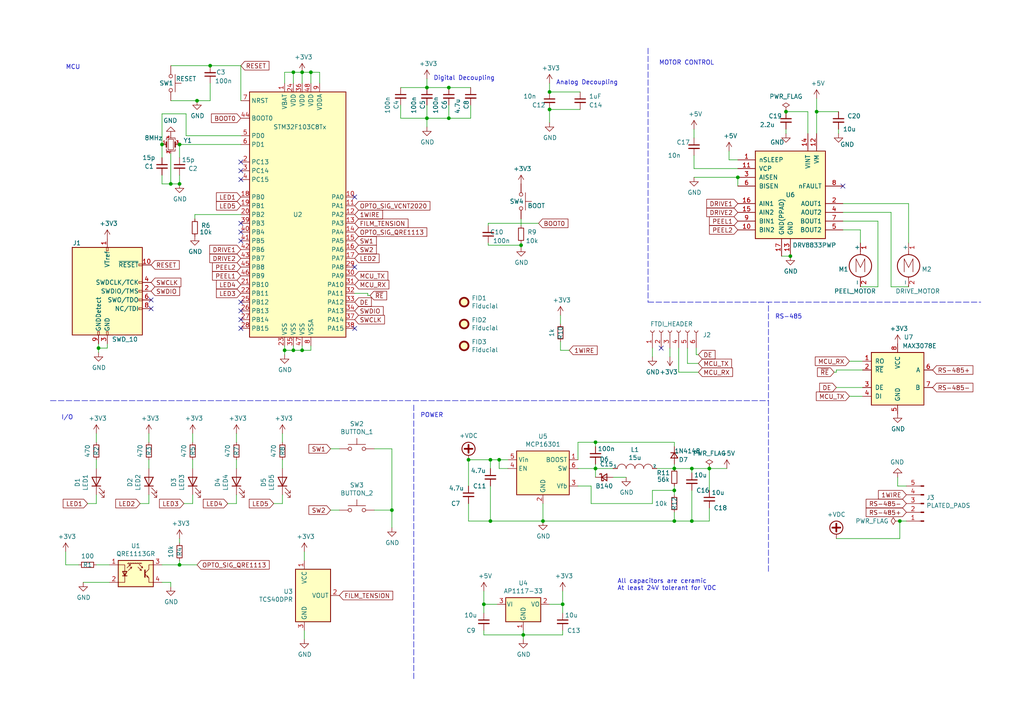
<source format=kicad_sch>
(kicad_sch (version 20211123) (generator eeschema)
  (paper "A4")
  (junction (at 144.78 133.35))
  (junction (at 113.665 147.955))
  (junction (at 260.985 151.13))
  (junction (at 60.96 19.05))
  (junction (at 130.175 25.4))
  (junction (at 123.825 34.29))
  (junction (at 85.09 20.955))
  (junction (at 52.07 163.83))
  (junction (at 172.72 135.89))
  (junction (at 123.825 25.4))
  (junction (at 52.07 53.34))
  (junction (at 46.99 41.91))
  (junction (at 85.09 101.6))
  (junction (at 52.07 41.91))
  (junction (at 151.13 71.12))
  (junction (at 195.58 142.24))
  (junction (at 163.195 175.26))
  (junction (at 205.74 135.89))
  (junction (at 157.48 151.13))
  (junction (at 82.55 101.6))
  (junction (at 151.765 184.15))
  (junction (at 159.385 31.75))
  (junction (at 28.575 100.965))
  (junction (at 200.66 151.13))
  (junction (at 172.72 128.27))
  (junction (at 49.53 53.34))
  (junction (at 159.385 26.67))
  (junction (at 135.89 133.35))
  (junction (at 229.235 74.295))
  (junction (at 142.24 151.13))
  (junction (at 87.63 101.6))
  (junction (at 200.66 135.89))
  (junction (at 57.15 29.21))
  (junction (at 90.17 20.955))
  (junction (at 213.995 51.435))
  (junction (at 236.855 32.385))
  (junction (at 142.24 133.35))
  (junction (at 140.335 175.26))
  (junction (at 195.58 151.13))
  (junction (at 87.63 20.955))
  (junction (at 227.965 32.385))
  (junction (at 130.175 34.29))
  (junction (at 195.58 135.89))
  (no_connect (at 191.77 100.965))
  (no_connect (at 69.85 46.99))
  (no_connect (at 69.85 69.85))
  (no_connect (at 102.87 57.15))
  (no_connect (at 69.85 95.25))
  (no_connect (at 69.85 87.63))
  (no_connect (at 69.85 64.77))
  (no_connect (at 69.85 90.17))
  (no_connect (at 69.85 67.31))
  (no_connect (at 69.85 52.07))
  (no_connect (at 69.85 92.71))
  (no_connect (at 102.87 95.25))
  (no_connect (at 69.85 49.53))
  (no_connect (at 43.815 86.995))
  (no_connect (at 43.815 89.535))
  (no_connect (at 244.475 53.975))
  (no_connect (at 102.87 77.47))
  (wire (pts (xy 254.635 83.185) (xy 254.635 64.135)))
  (wire (pts (xy 234.315 38.735) (xy 234.315 32.385)))
  (wire (pts (xy 82.55 20.955) (xy 85.09 20.955)))
  (wire (pts (xy 40.64 146.05) (xy 43.18 146.05)))
  (wire (pts (xy 55.88 128.27) (xy 55.88 125.73)))
  (wire (pts (xy 90.17 101.6) (xy 87.63 101.6)))
  (wire (pts (xy 246.38 114.935) (xy 250.19 114.935)))
  (wire (pts (xy 242.57 156.21) (xy 260.985 156.21)))
  (wire (pts (xy 113.665 130.175) (xy 113.665 147.955)))
  (wire (pts (xy 260.35 140.97) (xy 262.89 140.97)))
  (wire (pts (xy 260.35 138.43) (xy 260.35 140.97)))
  (wire (pts (xy 90.17 24.13) (xy 90.17 20.955)))
  (wire (pts (xy 163.195 175.26) (xy 163.195 177.8)))
  (wire (pts (xy 189.23 100.965) (xy 189.23 103.505)))
  (wire (pts (xy 46.99 168.91) (xy 49.53 168.91)))
  (wire (pts (xy 167.64 128.27) (xy 167.64 133.35)))
  (wire (pts (xy 66.04 146.05) (xy 68.58 146.05)))
  (wire (pts (xy 135.89 151.13) (xy 142.24 151.13)))
  (wire (pts (xy 200.66 151.13) (xy 205.74 151.13)))
  (wire (pts (xy 60.96 29.21) (xy 60.96 24.13)))
  (wire (pts (xy 144.78 133.35) (xy 144.78 135.89)))
  (wire (pts (xy 226.695 74.295) (xy 229.235 74.295)))
  (wire (pts (xy 234.315 32.385) (xy 227.965 32.385)))
  (wire (pts (xy 260.985 151.13) (xy 262.89 151.13)))
  (wire (pts (xy 242.57 112.395) (xy 250.19 112.395)))
  (wire (pts (xy 140.335 175.26) (xy 144.145 175.26)))
  (wire (pts (xy 46.99 163.83) (xy 52.07 163.83)))
  (wire (pts (xy 159.385 31.75) (xy 168.275 31.75)))
  (wire (pts (xy 167.64 128.27) (xy 172.72 128.27)))
  (wire (pts (xy 151.13 63.5) (xy 151.13 65.405)))
  (wire (pts (xy 52.07 53.34) (xy 49.53 53.34)))
  (wire (pts (xy 25.4 146.05) (xy 27.94 146.05)))
  (wire (pts (xy 211.455 43.815) (xy 211.455 46.355)))
  (wire (pts (xy 159.385 175.26) (xy 163.195 175.26)))
  (wire (pts (xy 142.24 133.35) (xy 144.78 133.35)))
  (wire (pts (xy 242.57 107.95) (xy 242.57 107.315)))
  (wire (pts (xy 241.935 107.95) (xy 242.57 107.95)))
  (wire (pts (xy 159.385 24.13) (xy 159.385 26.67)))
  (wire (pts (xy 95.885 147.955) (xy 98.425 147.955)))
  (wire (pts (xy 92.71 24.13) (xy 92.71 20.955)))
  (wire (pts (xy 49.53 53.34) (xy 46.99 53.34)))
  (wire (pts (xy 108.585 147.955) (xy 113.665 147.955)))
  (wire (pts (xy 135.89 146.05) (xy 135.89 151.13)))
  (wire (pts (xy 167.64 140.97) (xy 171.45 140.97)))
  (wire (pts (xy 56.515 62.23) (xy 69.85 62.23)))
  (wire (pts (xy 195.58 128.27) (xy 195.58 129.54)))
  (wire (pts (xy 107.315 85.725) (xy 106.68 85.725)))
  (wire (pts (xy 236.855 32.385) (xy 236.855 38.735)))
  (wire (pts (xy 82.55 102.87) (xy 82.55 101.6)))
  (wire (pts (xy 81.915 146.05) (xy 81.915 143.51)))
  (wire (pts (xy 201.295 51.435) (xy 213.995 51.435)))
  (wire (pts (xy 46.99 33.02) (xy 53.975 33.02)))
  (wire (pts (xy 52.07 162.56) (xy 52.07 163.83)))
  (wire (pts (xy 60.96 19.05) (xy 49.53 19.05)))
  (wire (pts (xy 123.825 22.86) (xy 123.825 25.4)))
  (wire (pts (xy 85.09 24.13) (xy 85.09 20.955)))
  (wire (pts (xy 135.89 133.35) (xy 142.24 133.35)))
  (wire (pts (xy 199.39 100.965) (xy 199.39 105.41)))
  (wire (pts (xy 195.58 135.89) (xy 195.58 134.62)))
  (wire (pts (xy 205.74 151.13) (xy 205.74 147.32)))
  (wire (pts (xy 195.58 151.13) (xy 195.58 148.59)))
  (wire (pts (xy 116.205 34.29) (xy 123.825 34.29)))
  (wire (pts (xy 88.265 162.56) (xy 88.265 160.02)))
  (wire (pts (xy 140.335 184.15) (xy 140.335 182.88)))
  (wire (pts (xy 142.24 135.89) (xy 142.24 133.35)))
  (wire (pts (xy 205.74 135.89) (xy 210.82 135.89)))
  (wire (pts (xy 88.265 182.88) (xy 88.265 185.42)))
  (wire (pts (xy 263.525 70.485) (xy 263.525 59.055)))
  (wire (pts (xy 31.115 100.965) (xy 31.115 99.695)))
  (wire (pts (xy 52.07 45.72) (xy 52.07 41.91)))
  (wire (pts (xy 242.57 107.315) (xy 250.19 107.315)))
  (wire (pts (xy 106.68 85.725) (xy 106.68 85.09)))
  (wire (pts (xy 202.565 102.87) (xy 201.93 102.87)))
  (wire (pts (xy 263.525 59.055) (xy 244.475 59.055)))
  (wire (pts (xy 43.18 135.89) (xy 43.18 133.35)))
  (wire (pts (xy 172.72 129.54) (xy 172.72 128.27)))
  (wire (pts (xy 49.53 29.21) (xy 57.15 29.21)))
  (wire (pts (xy 53.975 39.37) (xy 69.85 39.37)))
  (wire (pts (xy 27.94 135.89) (xy 27.94 133.35)))
  (wire (pts (xy 123.825 30.48) (xy 123.825 34.29)))
  (wire (pts (xy 116.205 25.4) (xy 123.825 25.4)))
  (wire (pts (xy 172.72 134.62) (xy 172.72 135.89)))
  (wire (pts (xy 195.58 142.24) (xy 195.58 143.51)))
  (wire (pts (xy 213.995 53.975) (xy 213.995 51.435)))
  (wire (pts (xy 249.555 83.185) (xy 254.635 83.185)))
  (wire (pts (xy 90.17 100.33) (xy 90.17 101.6)))
  (wire (pts (xy 52.07 157.48) (xy 52.07 156.21)))
  (wire (pts (xy 157.48 151.13) (xy 195.58 151.13)))
  (wire (pts (xy 140.335 171.45) (xy 140.335 175.26)))
  (wire (pts (xy 159.385 31.75) (xy 159.385 35.56)))
  (wire (pts (xy 69.85 19.05) (xy 60.96 19.05)))
  (wire (pts (xy 141.605 71.12) (xy 151.13 71.12)))
  (wire (pts (xy 85.09 100.33) (xy 85.09 101.6)))
  (wire (pts (xy 258.445 83.185) (xy 258.445 61.595)))
  (wire (pts (xy 196.85 100.965) (xy 196.85 107.95)))
  (wire (pts (xy 254.635 64.135) (xy 244.475 64.135)))
  (wire (pts (xy 46.99 41.91) (xy 46.99 45.72)))
  (wire (pts (xy 79.375 146.05) (xy 81.915 146.05)))
  (polyline (pts (xy 14.605 116.205) (xy 222.885 116.205)))
  (wire (pts (xy 249.555 70.485) (xy 249.555 66.675)))
  (wire (pts (xy 113.665 147.955) (xy 113.665 153.035)))
  (wire (pts (xy 85.09 101.6) (xy 82.55 101.6)))
  (wire (pts (xy 130.175 34.29) (xy 136.525 34.29)))
  (wire (pts (xy 171.45 146.05) (xy 189.23 146.05)))
  (wire (pts (xy 142.24 151.13) (xy 157.48 151.13)))
  (wire (pts (xy 205.74 142.24) (xy 205.74 135.89)))
  (wire (pts (xy 141.605 64.77) (xy 156.21 64.77)))
  (wire (pts (xy 82.55 101.6) (xy 82.55 100.33)))
  (wire (pts (xy 68.58 146.05) (xy 68.58 143.51)))
  (wire (pts (xy 151.765 184.15) (xy 151.765 182.88)))
  (wire (pts (xy 49.53 44.45) (xy 49.53 53.34)))
  (wire (pts (xy 195.58 135.89) (xy 200.66 135.89)))
  (wire (pts (xy 68.58 128.27) (xy 68.58 125.73)))
  (wire (pts (xy 189.23 142.24) (xy 195.58 142.24)))
  (wire (pts (xy 28.575 100.965) (xy 28.575 99.695)))
  (wire (pts (xy 201.295 48.895) (xy 201.295 45.085)))
  (wire (pts (xy 28.575 100.965) (xy 31.115 100.965)))
  (wire (pts (xy 82.55 24.13) (xy 82.55 20.955)))
  (wire (pts (xy 141.605 65.405) (xy 141.605 64.77)))
  (wire (pts (xy 147.32 133.35) (xy 144.78 133.35)))
  (wire (pts (xy 172.72 135.89) (xy 177.8 135.89)))
  (wire (pts (xy 68.58 135.89) (xy 68.58 133.35)))
  (wire (pts (xy 177.8 138.43) (xy 181.61 138.43)))
  (wire (pts (xy 53.34 146.05) (xy 55.88 146.05)))
  (wire (pts (xy 55.88 146.05) (xy 55.88 143.51)))
  (wire (pts (xy 171.45 140.97) (xy 171.45 146.05)))
  (polyline (pts (xy 187.96 87.63) (xy 284.48 87.63)))
  (wire (pts (xy 81.915 128.27) (xy 81.915 125.73)))
  (wire (pts (xy 52.07 163.83) (xy 57.15 163.83)))
  (wire (pts (xy 46.99 33.02) (xy 46.99 41.91)))
  (wire (pts (xy 243.205 38.735) (xy 243.205 37.465)))
  (polyline (pts (xy 120.015 117.475) (xy 120.015 196.85)))
  (wire (pts (xy 27.94 128.27) (xy 27.94 125.73)))
  (wire (pts (xy 123.825 25.4) (xy 130.175 25.4)))
  (wire (pts (xy 43.18 146.05) (xy 43.18 143.51)))
  (wire (pts (xy 87.63 100.33) (xy 87.63 101.6)))
  (wire (pts (xy 53.975 33.02) (xy 53.975 39.37)))
  (wire (pts (xy 195.58 140.97) (xy 195.58 142.24)))
  (wire (pts (xy 162.56 101.6) (xy 162.56 99.06)))
  (wire (pts (xy 189.23 146.05) (xy 189.23 142.24)))
  (wire (pts (xy 213.995 48.895) (xy 201.295 48.895)))
  (wire (pts (xy 227.965 37.465) (xy 227.965 38.735)))
  (wire (pts (xy 27.94 163.83) (xy 31.75 163.83)))
  (wire (pts (xy 87.63 20.955) (xy 90.17 20.955)))
  (wire (pts (xy 190.5 135.89) (xy 195.58 135.89)))
  (wire (pts (xy 201.295 40.005) (xy 201.295 37.465)))
  (wire (pts (xy 19.05 163.83) (xy 22.86 163.83)))
  (wire (pts (xy 162.56 91.44) (xy 162.56 93.98)))
  (wire (pts (xy 81.915 135.89) (xy 81.915 133.35)))
  (wire (pts (xy 165.1 101.6) (xy 162.56 101.6)))
  (wire (pts (xy 246.38 104.775) (xy 250.19 104.775)))
  (wire (pts (xy 159.385 26.67) (xy 168.275 26.67)))
  (wire (pts (xy 130.175 25.4) (xy 136.525 25.4)))
  (wire (pts (xy 172.72 128.27) (xy 195.58 128.27)))
  (wire (pts (xy 200.66 142.24) (xy 200.66 151.13)))
  (wire (pts (xy 194.31 100.965) (xy 194.31 103.505)))
  (wire (pts (xy 167.64 135.89) (xy 172.72 135.89)))
  (wire (pts (xy 151.765 185.42) (xy 151.765 184.15)))
  (wire (pts (xy 49.53 170.18) (xy 49.53 168.91)))
  (wire (pts (xy 46.99 53.34) (xy 46.99 50.8)))
  (wire (pts (xy 136.525 34.29) (xy 136.525 30.48)))
  (wire (pts (xy 163.195 184.15) (xy 151.765 184.15)))
  (wire (pts (xy 24.13 168.91) (xy 31.75 168.91)))
  (wire (pts (xy 85.09 20.955) (xy 87.63 20.955)))
  (wire (pts (xy 116.205 30.48) (xy 116.205 34.29)))
  (wire (pts (xy 142.24 140.97) (xy 142.24 151.13)))
  (wire (pts (xy 236.855 28.575) (xy 236.855 32.385)))
  (wire (pts (xy 57.15 29.21) (xy 60.96 29.21)))
  (wire (pts (xy 55.88 135.89) (xy 55.88 133.35)))
  (wire (pts (xy 130.175 30.48) (xy 130.175 34.29)))
  (wire (pts (xy 19.05 160.02) (xy 19.05 163.83)))
  (wire (pts (xy 95.885 130.175) (xy 98.425 130.175)))
  (wire (pts (xy 144.78 135.89) (xy 147.32 135.89)))
  (wire (pts (xy 243.205 32.385) (xy 236.855 32.385)))
  (wire (pts (xy 196.85 107.95) (xy 202.565 107.95)))
  (wire (pts (xy 151.13 70.485) (xy 151.13 71.12)))
  (wire (pts (xy 200.66 135.89) (xy 205.74 135.89)))
  (wire (pts (xy 151.765 184.15) (xy 140.335 184.15)))
  (wire (pts (xy 108.585 130.175) (xy 113.665 130.175)))
  (wire (pts (xy 140.335 175.26) (xy 140.335 177.8)))
  (wire (pts (xy 260.985 151.13) (xy 260.985 156.21)))
  (wire (pts (xy 69.85 29.21) (xy 69.85 19.05)))
  (wire (pts (xy 123.825 34.29) (xy 123.825 36.83)))
  (wire (pts (xy 163.195 182.88) (xy 163.195 184.15)))
  (wire (pts (xy 43.18 128.27) (xy 43.18 125.73)))
  (wire (pts (xy 157.48 146.05) (xy 157.48 151.13)))
  (polyline (pts (xy 222.885 165.735) (xy 222.885 87.63)))
  (wire (pts (xy 151.13 71.12) (xy 151.13 71.755)))
  (wire (pts (xy 172.72 135.89) (xy 172.72 138.43)))
  (wire (pts (xy 52.07 53.34) (xy 52.07 50.8)))
  (wire (pts (xy 258.445 61.595) (xy 244.475 61.595)))
  (wire (pts (xy 201.93 102.87) (xy 201.93 100.965)))
  (wire (pts (xy 249.555 66.675) (xy 244.475 66.675)))
  (wire (pts (xy 56.515 62.23) (xy 56.515 63.5)))
  (wire (pts (xy 28.575 102.235) (xy 28.575 100.965)))
  (wire (pts (xy 211.455 46.355) (xy 213.995 46.355)))
  (wire (pts (xy 263.525 83.185) (xy 258.445 83.185)))
  (wire (pts (xy 195.58 151.13) (xy 200.66 151.13)))
  (wire (pts (xy 87.63 101.6) (xy 85.09 101.6)))
  (wire (pts (xy 27.94 146.05) (xy 27.94 143.51)))
  (wire (pts (xy 163.195 175.26) (xy 163.195 171.45)))
  (wire (pts (xy 135.89 133.35) (xy 135.89 140.97)))
  (wire (pts (xy 90.17 20.955) (xy 92.71 20.955)))
  (wire (pts (xy 52.07 41.91) (xy 69.85 41.91)))
  (polyline (pts (xy 187.96 13.97) (xy 187.96 87.63)))
  (wire (pts (xy 123.825 34.29) (xy 130.175 34.29)))
  (wire (pts (xy 87.63 24.13) (xy 87.63 20.955)))
  (wire (pts (xy 106.68 85.09) (xy 102.87 85.09)))
  (wire (pts (xy 199.39 105.41) (xy 202.565 105.41)))
  (wire (pts (xy 200.66 137.16) (xy 200.66 135.89)))
  (wire (pts (xy 141.605 70.485) (xy 141.605 71.12)))
  (text "I/O" (at 17.78 121.92 0) (effects (font (size 1.27 1.27)) (justify left bottom)))
  (text "RS-485" (at 224.79 92.71 0) (effects (font (size 1.27 1.27)) (justify left bottom)))
  (text "MOTOR CONTROL" (at 191.135 19.05 0) (effects (font (size 1.27 1.27)) (justify left bottom)))
  (text "Analog Decoupling" (at 161.29 24.765 0) (effects (font (size 1.27 1.27)) (justify left bottom)))
  (text "POWER" (at 121.92 121.285 0) (effects (font (size 1.27 1.27)) (justify left bottom)))
  (text "All capacitors are ceramic\nAt least 24V tolerant for VDC\n" (at 179.07 171.45 0) (effects (font (size 1.27 1.27)) (justify left bottom)))
  (text "Digital Decoupling" (at 125.73 23.495 0) (effects (font (size 1.27 1.27)) (justify left bottom)))
  (text "MCU" (at 19.05 20.32 0) (effects (font (size 1.27 1.27)) (justify left bottom)))
  (global_label "OPTO_SIG_QRE1113" (shape input) (at 57.15 163.83 0) (property "Intersheet References" "${INTERSHEET_REFS}" (effects hide)))
  (global_label "RS-485+" (shape input) (at 262.89 148.59 180) (property "Intersheet References" "${INTERSHEET_REFS}" (effects hide)))
  (global_label "SWDIO" (shape input) (at 102.87 90.17 0) (property "Intersheet References" "${INTERSHEET_REFS}" (effects hide)))
  (global_label "1WIRE" (shape input) (at 165.1 101.6 0) (property "Intersheet References" "${INTERSHEET_REFS}" (effects hide)))
  (global_label "LED5" (shape input) (at 79.375 146.05 180) (property "Intersheet References" "${INTERSHEET_REFS}" (effects hide)))
  (global_label "LED1" (shape input) (at 25.4 146.05 180) (property "Intersheet References" "${INTERSHEET_REFS}" (effects hide)))
  (global_label "DRIVE2" (shape input) (at 69.85 74.93 180) (property "Intersheet References" "${INTERSHEET_REFS}" (effects hide)))
  (global_label "BOOT0" (shape input) (at 156.21 64.77 0) (property "Intersheet References" "${INTERSHEET_REFS}" (effects hide)))
  (global_label "SWCLK" (shape input) (at 43.815 81.915 0) (property "Intersheet References" "${INTERSHEET_REFS}" (effects hide)))
  (global_label "DE" (shape input) (at 202.565 102.87 0) (property "Intersheet References" "${INTERSHEET_REFS}" (effects hide)))
  (global_label "RS-485-" (shape input) (at 262.89 146.05 180) (property "Intersheet References" "${INTERSHEET_REFS}" (effects hide)))
  (global_label "LED3" (shape input) (at 53.34 146.05 180) (property "Intersheet References" "${INTERSHEET_REFS}" (effects hide)))
  (global_label "PEEL2" (shape input) (at 69.85 77.47 180) (property "Intersheet References" "${INTERSHEET_REFS}" (effects hide)))
  (global_label "1WIRE" (shape input) (at 262.89 143.51 180) (property "Intersheet References" "${INTERSHEET_REFS}" (effects hide)))
  (global_label "SWDIO" (shape input) (at 43.815 84.455 0) (property "Intersheet References" "${INTERSHEET_REFS}" (effects hide)))
  (global_label "MCU_TX" (shape input) (at 246.38 114.935 180) (property "Intersheet References" "${INTERSHEET_REFS}" (effects hide)))
  (global_label "PEEL2" (shape input) (at 213.995 66.675 180) (property "Intersheet References" "${INTERSHEET_REFS}" (effects hide)))
  (global_label "1WIRE" (shape input) (at 102.87 62.23 0) (property "Intersheet References" "${INTERSHEET_REFS}" (effects hide)))
  (global_label "MCU_RX" (shape input) (at 202.565 107.95 0) (property "Intersheet References" "${INTERSHEET_REFS}" (effects hide)))
  (global_label "MCU_RX" (shape input) (at 102.87 82.55 0) (property "Intersheet References" "${INTERSHEET_REFS}" (effects hide)))
  (global_label "SW2" (shape input) (at 102.87 72.39 0) (property "Intersheet References" "${INTERSHEET_REFS}" (effects hide)))
  (global_label "LED5" (shape input) (at 69.85 59.69 180) (property "Intersheet References" "${INTERSHEET_REFS}" (effects hide)))
  (global_label "~{RE}" (shape input) (at 107.315 85.725 0) (property "Intersheet References" "${INTERSHEET_REFS}" (effects hide)))
  (global_label "DRIVE2" (shape input) (at 213.995 61.595 180) (property "Intersheet References" "${INTERSHEET_REFS}" (effects hide)))
  (global_label "FILM_TENSION" (shape input) (at 102.87 64.77 0) (property "Intersheet References" "${INTERSHEET_REFS}" (effects hide)))
  (global_label "PEEL1" (shape input) (at 69.85 80.01 180) (property "Intersheet References" "${INTERSHEET_REFS}" (effects hide)))
  (global_label "LED2" (shape input) (at 40.64 146.05 180) (property "Intersheet References" "${INTERSHEET_REFS}" (effects hide)))
  (global_label "BOOT0" (shape input) (at 69.85 34.29 180) (property "Intersheet References" "${INTERSHEET_REFS}" (effects hide)))
  (global_label "RESET" (shape input) (at 43.815 76.835 0) (property "Intersheet References" "${INTERSHEET_REFS}" (effects hide)))
  (global_label "DRIVE1" (shape input) (at 69.85 72.39 180) (property "Intersheet References" "${INTERSHEET_REFS}" (effects hide)))
  (global_label "DE" (shape input) (at 242.57 112.395 180) (property "Intersheet References" "${INTERSHEET_REFS}" (effects hide)))
  (global_label "PEEL1" (shape input) (at 213.995 64.135 180) (property "Intersheet References" "${INTERSHEET_REFS}" (effects hide)))
  (global_label "SW2" (shape input) (at 95.885 147.955 180) (property "Intersheet References" "${INTERSHEET_REFS}" (effects hide)))
  (global_label "OPTO_SIG_QRE1113" (shape input) (at 102.87 67.31 0) (property "Intersheet References" "${INTERSHEET_REFS}" (effects hide)))
  (global_label "DRIVE1" (shape input) (at 213.995 59.055 180) (property "Intersheet References" "${INTERSHEET_REFS}" (effects hide)))
  (global_label "RS-485-" (shape input) (at 270.51 112.395 0) (property "Intersheet References" "${INTERSHEET_REFS}" (effects hide)))
  (global_label "SWCLK" (shape input) (at 102.87 92.71 0) (property "Intersheet References" "${INTERSHEET_REFS}" (effects hide)))
  (global_label "RS-485+" (shape input) (at 270.51 107.315 0) (property "Intersheet References" "${INTERSHEET_REFS}" (effects hide)))
  (global_label "SW1" (shape input) (at 95.885 130.175 180) (property "Intersheet References" "${INTERSHEET_REFS}" (effects hide)))
  (global_label "LED1" (shape input) (at 69.85 57.15 180) (property "Intersheet References" "${INTERSHEET_REFS}" (effects hide)))
  (global_label "~{RE}" (shape input) (at 241.935 107.95 180) (property "Intersheet References" "${INTERSHEET_REFS}" (effects hide)))
  (global_label "LED4" (shape input) (at 69.85 82.55 180) (property "Intersheet References" "${INTERSHEET_REFS}" (effects hide)))
  (global_label "FILM_TENSION" (shape input) (at 98.425 172.72 0) (property "Intersheet References" "${INTERSHEET_REFS}" (effects hide)))
  (global_label "OPTO_SIG_VCNT2020" (shape input) (at 102.87 59.69 0) (property "Intersheet References" "${INTERSHEET_REFS}" (effects hide)))
  (global_label "MCU_TX" (shape input) (at 102.87 80.01 0) (property "Intersheet References" "${INTERSHEET_REFS}" (effects hide)))
  (global_label "MCU_RX" (shape input) (at 246.38 104.775 180) (property "Intersheet References" "${INTERSHEET_REFS}" (effects hide)))
  (global_label "MCU_TX" (shape input) (at 202.565 105.41 0) (property "Intersheet References" "${INTERSHEET_REFS}" (effects hide)))
  (global_label "SW1" (shape input) (at 102.87 69.85 0) (property "Intersheet References" "${INTERSHEET_REFS}" (effects hide)))
  (global_label "LED4" (shape input) (at 66.04 146.05 180) (property "Intersheet References" "${INTERSHEET_REFS}" (effects hide)))
  (global_label "LED2" (shape input) (at 102.87 74.93 0) (property "Intersheet References" "${INTERSHEET_REFS}" (effects hide)))
  (global_label "LED3" (shape input) (at 69.85 85.09 180) (property "Intersheet References" "${INTERSHEET_REFS}" (effects hide)))
  (global_label "RESET" (shape input) (at 69.85 19.05 0) (property "Intersheet References" "${INTERSHEET_REFS}" (effects hide)))
  (global_label "DE" (shape input) (at 102.87 87.63 0) (property "Intersheet References" "${INTERSHEET_REFS}" (effects hide)))
  (symbol (lib_id "Device:LED") (at 43.18 139.7 90) (unit 1)
    (property "Reference" "D2" (at 37.6936 139.9286 0))
    (property "Value" "LED2" (at 40.005 139.9286 0))
    (property "Footprint" "LED_SMD:LED_0805_2012Metric" (effects hide))
    (property "JLCPCB" "C2293" (effects hide))
    (property "LCSC" "C965814" (effects hide))
  )
  (symbol (lib_id "power:GND") (at 260.35 138.43 180) (unit 1)
    (property "Reference" "#PWR046" (effects hide))
    (property "Value" "GND" (at 260.223 134.0358 0))
  )
  (symbol (lib_id "Motor:Motor_DC") (at 263.525 75.565 0) (unit 1)
    (property "Reference" "M2" (at 267.335 78.105 0) (effects (justify left)))
    (property "Value" "DRIVE_MOTOR" (at 259.715 84.455 0) (effects (justify left)))
    (property "Footprint" "Connector_PinHeader_2.54mm:PinHeader_1x02_P2.54mm_Vertical" (effects hide))
  )
  (symbol (lib_id "power:GND") (at 82.55 102.87 0) (unit 1)
    (property "Reference" "#PWR015" (effects hide))
    (property "Value" "GND" (at 82.677 107.2642 0))
  )
  (symbol (lib_id "Device:R_Small") (at 43.18 130.81 180) (unit 1)
    (property "Reference" "R3" (at 43.18 130.81 90))
    (property "Value" "470" (at 40.64 130.81 90))
    (property "Footprint" "Resistor_SMD:R_0805_2012Metric" (effects hide))
    (property "JLCPCB" "C17710" (effects hide))
    (property "LCSC" "C119076" (effects hide))
  )
  (symbol (lib_id "power:GND") (at 113.665 153.035 0) (unit 1)
    (property "Reference" "#PWR019" (effects hide))
    (property "Value" "GND" (at 113.792 157.4292 0))
  )
  (symbol (lib_id "Device:R_Small") (at 25.4 163.83 90) (unit 1)
    (property "Reference" "R1" (at 25.4 163.83 90))
    (property "Value" "100" (at 25.4 161.29 90))
    (property "Footprint" "Resistor_SMD:R_0805_2012Metric" (effects hide))
    (property "JLCPCB" "C17408" (effects hide))
    (property "LCSC" "C25277" (effects hide))
  )
  (symbol (lib_id "Device:R_Small") (at 52.07 160.02 180) (unit 1)
    (property "Reference" "R4" (at 52.07 160.02 90))
    (property "Value" "10k" (at 49.53 160.02 90))
    (property "Footprint" "Resistor_SMD:R_0805_2012Metric" (effects hide))
    (property "JLCPCB" "C17414" (effects hide))
    (property "LCSC" "C25612" (effects hide))
  )
  (symbol (lib_id "power:GND") (at 49.53 170.18 0) (unit 1)
    (property "Reference" "#PWR08" (effects hide))
    (property "Value" "GND" (at 49.657 174.5742 0))
  )
  (symbol (lib_id "Device:C_Small") (at 60.96 21.59 180) (unit 1)
    (property "Reference" "C3" (at 65.405 20.955 0) (effects (justify left)))
    (property "Value" "100n" (at 67.31 23.495 0) (effects (justify left)))
    (property "Footprint" "Capacitor_SMD:C_0805_2012Metric" (effects hide))
    (property "JLCPCB" "C49678" (effects hide))
    (property "LCSC" "C476766" (effects hide))
  )
  (symbol (lib_id "Device:C_Small") (at 130.175 27.94 0) (unit 1)
    (property "Reference" "C6" (at 128.905 31.75 90) (effects (justify left)))
    (property "Value" "100n" (at 126.365 33.02 90) (effects (justify left)))
    (property "Footprint" "Capacitor_SMD:C_0805_2012Metric" (effects hide))
    (property "JLCPCB" "C49678" (effects hide))
    (property "LCSC" "C476766" (effects hide))
  )
  (symbol (lib_id "power:GND") (at 24.13 168.91 0) (unit 1)
    (property "Reference" "#PWR02" (effects hide))
    (property "Value" "GND" (at 24.257 173.3042 0))
  )
  (symbol (lib_id "power:+5V") (at 236.855 28.575 0) (unit 1)
    (property "Reference" "#PWR041" (effects hide))
    (property "Value" "+5V" (at 237.236 24.1808 0))
  )
  (symbol (lib_id "Device:C_Small") (at 201.295 42.545 0) (unit 1)
    (property "Reference" "C17" (at 196.215 41.275 0) (effects (justify left)))
    (property "Value" "10n" (at 193.675 45.085 0) (effects (justify left)))
    (property "Footprint" "Capacitor_SMD:C_0805_2012Metric" (effects hide))
    (property "JLCPCB" "C1710" (effects hide))
    (property "LCSC" "C83170" (effects hide))
  )
  (symbol (lib_id "Switch:SW_Push") (at 103.505 130.175 0) (unit 1)
    (property "Reference" "SW2" (at 103.505 122.936 0))
    (property "Value" "BUTTON_1" (at 103.505 125.2474 0))
    (property "Footprint" "Button_Switch_SMD:Panasonic_EVQPUJ_EVQPUA" (effects hide))
    (property "LCSC" "C128539" (effects hide))
  )
  (symbol (lib_id "Switch:SW_Push") (at 103.505 147.955 0) (unit 1)
    (property "Reference" "SW3" (at 103.505 140.716 0))
    (property "Value" "BUTTON_2" (at 103.505 143.0274 0))
    (property "Footprint" "Button_Switch_SMD:Panasonic_EVQPUJ_EVQPUA" (effects hide))
    (property "LCSC" "C128539" (effects hide))
  )
  (symbol (lib_id "Switch:SW_Push") (at 49.53 24.13 270) (unit 1)
    (property "Reference" "SW1" (at 48.26 24.13 90))
    (property "Value" "RESET" (at 53.975 22.86 90))
    (property "Footprint" "Button_Switch_SMD:Panasonic_EVQPUJ_EVQPUA" (effects hide))
    (property "LCSC" "C128539" (effects hide))
  )
  (symbol (lib_id "power:GND") (at 260.35 120.015 0) (unit 1)
    (property "Reference" "#PWR045" (effects hide))
    (property "Value" "GND" (at 260.477 124.4092 0))
  )
  (symbol (lib_id "power:+3V3") (at 87.63 20.955 0) (unit 1)
    (property "Reference" "#PWR016" (effects hide))
    (property "Value" "+3V3" (at 88.011 16.5608 0))
  )
  (symbol (lib_id "power:GND") (at 28.575 102.235 0) (unit 1)
    (property "Reference" "#PWR04" (effects hide))
    (property "Value" "GND" (at 28.702 106.6292 0))
  )
  (symbol (lib_id "power:+3V3") (at 31.115 69.215 0) (unit 1)
    (property "Reference" "#PWR05" (effects hide))
    (property "Value" "+3V3" (at 31.496 64.8208 0))
  )
  (symbol (lib_id "Device:C_Small") (at 46.99 48.26 0) (unit 1)
    (property "Reference" "C1" (at 41.91 48.26 0) (effects (justify left)))
    (property "Value" "15p" (at 41.275 45.72 0) (effects (justify left)))
    (property "Footprint" "Capacitor_SMD:C_0805_2012Metric" (effects hide))
    (property "JLCPCB" "C1794" (effects hide))
    (property "LCSC" "C376865" (effects hide))
  )
  (symbol (lib_id "Device:C_Small") (at 52.07 48.26 0) (unit 1)
    (property "Reference" "C2" (at 54.61 48.895 0) (effects (justify left)))
    (property "Value" "15p" (at 52.705 46.355 0) (effects (justify left)))
    (property "Footprint" "Capacitor_SMD:C_0805_2012Metric" (effects hide))
    (property "JLCPCB" "C1794" (effects hide))
    (property "LCSC" "C376865" (effects hide))
  )
  (symbol (lib_id "Device:C_Small") (at 123.825 27.94 0) (unit 1)
    (property "Reference" "C5" (at 122.555 31.75 90) (effects (justify left)))
    (property "Value" "100n" (at 120.015 33.02 90) (effects (justify left)))
    (property "Footprint" "Capacitor_SMD:C_0805_2012Metric" (effects hide))
    (property "JLCPCB" "C49678" (effects hide))
    (property "LCSC" "C476766" (effects hide))
  )
  (symbol (lib_id "Device:C_Small") (at 136.525 27.94 0) (unit 1)
    (property "Reference" "C8" (at 135.255 31.75 90) (effects (justify left)))
    (property "Value" "4.7u" (at 132.715 33.02 90) (effects (justify left)))
    (property "Footprint" "Capacitor_SMD:C_0805_2012Metric" (effects hide))
    (property "JLCPCB" "C1779" (effects hide))
    (property "LCSC" "C98192" (effects hide))
  )
  (symbol (lib_id "power:+3V3") (at 123.825 22.86 0) (unit 1)
    (property "Reference" "#PWR020" (effects hide))
    (property "Value" "+3V3" (at 124.206 18.4658 0))
  )
  (symbol (lib_id "power:GND") (at 123.825 36.83 0) (unit 1)
    (property "Reference" "#PWR021" (effects hide))
    (property "Value" "GND" (at 123.952 41.2242 0))
  )
  (symbol (lib_id "Regulator_Linear:AP1117-33") (at 151.765 175.26 0) (unit 1)
    (property "Reference" "U4" (at 151.765 169.1132 0))
    (property "Value" "AP1117-33" (at 151.765 171.4246 0))
    (property "Footprint" "Package_TO_SOT_SMD:SOT-223-3_TabPin2" (effects hide))
    (property "Datasheet" "http://www.diodes.com/datasheets/AP1117.pdf" (effects hide))
    (property "JLCPCB" "C108785" (effects hide))
    (property "LCSC" "C347222" (effects hide))
  )
  (symbol (lib_id "power:+3V3") (at 163.195 171.45 0) (unit 1)
    (property "Reference" "#PWR031" (effects hide))
    (property "Value" "+3V3" (at 163.576 167.0558 0))
  )
  (symbol (lib_id "power:+5V") (at 140.335 171.45 0) (unit 1)
    (property "Reference" "#PWR023" (effects hide))
    (property "Value" "+5V" (at 140.716 167.0558 0))
  )
  (symbol (lib_id "power:GND") (at 151.765 185.42 0) (unit 1)
    (property "Reference" "#PWR026" (effects hide))
    (property "Value" "GND" (at 151.892 189.8142 0))
  )
  (symbol (lib_id "Device:C_Small") (at 163.195 180.34 0) (unit 1)
    (property "Reference" "C13" (at 164.465 182.88 0) (effects (justify left)))
    (property "Value" "10u" (at 163.83 178.435 0) (effects (justify left)))
    (property "Footprint" "Capacitor_SMD:C_0805_2012Metric" (effects hide))
    (property "JLCPCB" "C15850" (effects hide))
    (property "LCSC" "C17024" (effects hide))
  )
  (symbol (lib_id "power:GND") (at 52.07 53.34 0) (unit 1)
    (property "Reference" "#PWR09" (effects hide))
    (property "Value" "GND" (at 52.197 57.7342 0))
  )
  (symbol (lib_id "power:GND") (at 57.15 29.21 0) (unit 1)
    (property "Reference" "#PWR07" (effects hide))
    (property "Value" "GND" (at 57.277 33.6042 0))
  )
  (symbol (lib_id "Motor:Motor_DC") (at 249.555 75.565 0) (unit 1)
    (property "Reference" "M1" (at 243.205 78.105 0) (effects (justify left)))
    (property "Value" "PEEL_MOTOR" (at 241.935 84.455 0) (effects (justify left)))
    (property "Footprint" "Connector_PinHeader_2.54mm:PinHeader_1x02_P2.54mm_Vertical" (effects hide))
  )
  (symbol (lib_id "power:GND") (at 229.235 74.295 0) (unit 1)
    (property "Reference" "#PWR040" (effects hide))
    (property "Value" "GND" (at 229.362 78.6892 0))
  )
  (symbol (lib_id "power:+5V") (at 201.295 37.465 0) (unit 1)
    (property "Reference" "#PWR035" (effects hide))
    (property "Value" "+5V" (at 201.676 33.0708 0))
  )
  (symbol (lib_id "Device:C_Small") (at 227.965 34.925 0) (unit 1)
    (property "Reference" "C19" (at 222.885 33.655 0) (effects (justify left)))
    (property "Value" "2.2u" (at 220.345 36.195 0) (effects (justify left)))
    (property "Footprint" "Capacitor_SMD:C_0805_2012Metric" (effects hide))
    (property "JLCPCB" "C49217" (effects hide))
    (property "LCSC" "C84716" (effects hide))
  )
  (symbol (lib_id "power:GND") (at 227.965 38.735 0) (unit 1)
    (property "Reference" "#PWR039" (effects hide))
    (property "Value" "GND" (at 225.425 41.275 0))
  )
  (symbol (lib_id "power:+3V3") (at 260.35 99.695 0) (unit 1)
    (property "Reference" "#PWR044" (effects hide))
    (property "Value" "+3V3" (at 260.731 95.3008 0))
  )
  (symbol (lib_id "Device:C_Small") (at 243.205 34.925 0) (unit 1)
    (property "Reference" "C20" (at 245.745 33.655 0) (effects (justify left)))
    (property "Value" "10u" (at 244.475 37.465 0) (effects (justify left)))
    (property "Footprint" "Capacitor_SMD:C_0805_2012Metric" (effects hide))
    (property "JLCPCB" "C15850" (effects hide))
    (property "LCSC" "C17024" (effects hide))
  )
  (symbol (lib_id "power:GND") (at 243.205 38.735 0) (unit 1)
    (property "Reference" "#PWR043" (effects hide))
    (property "Value" "GND" (at 245.745 41.91 0))
  )
  (symbol (lib_id "power:+5V") (at 211.455 43.815 0) (unit 1)
    (property "Reference" "#PWR038" (effects hide))
    (property "Value" "+5V" (at 211.836 39.4208 0))
  )
  (symbol (lib_id "Device:C_Small") (at 159.385 29.21 0) (unit 1)
    (property "Reference" "C12" (at 154.305 30.48 0) (effects (justify left)))
    (property "Value" "10n" (at 151.765 27.94 0) (effects (justify left)))
    (property "Footprint" "Capacitor_SMD:C_0805_2012Metric" (effects hide))
    (property "JLCPCB" "C1710" (effects hide))
    (property "LCSC" "C83170" (effects hide))
  )
  (symbol (lib_id "Device:C_Small") (at 168.275 29.21 0) (unit 1)
    (property "Reference" "C14" (at 170.815 30.48 0) (effects (justify left)))
    (property "Value" "1uF" (at 170.815 27.94 0) (effects (justify left)))
    (property "Footprint" "Capacitor_SMD:C_0805_2012Metric" (effects hide))
    (property "JLCPCB" "C28323" (effects hide))
    (property "LCSC" "C16834" (effects hide))
  )
  (symbol (lib_id "power:+3V3") (at 159.385 24.13 0) (unit 1)
    (property "Reference" "#PWR028" (effects hide))
    (property "Value" "+3V3" (at 159.766 19.7358 0))
  )
  (symbol (lib_id "power:GND") (at 159.385 35.56 0) (unit 1)
    (property "Reference" "#PWR029" (effects hide))
    (property "Value" "GND" (at 159.512 39.9542 0))
  )
  (symbol (lib_id "Connector:Conn_ARM_JTAG_SWD_10") (at 31.115 84.455 0) (unit 1)
    (property "Reference" "J1" (at 23.495 70.485 0) (effects (justify right)))
    (property "Value" "SWD_10" (at 40.005 98.425 0) (effects (justify right)))
    (property "Footprint" "Connector_PinHeader_1.27mm:PinHeader_2x05_P1.27mm_Vertical_SMD" (effects hide))
    (property "Datasheet" "http://infocenter.arm.com/help/topic/com.arm.doc.ddi0314h/DDI0314H_coresight_components_trm.pdf" (effects hide))
  )
  (symbol (lib_id "Device:LED") (at 27.94 139.7 90) (unit 1)
    (property "Reference" "D1" (at 22.4536 139.9286 0))
    (property "Value" "LED1" (at 24.765 139.9286 0))
    (property "Footprint" "LED_SMD:LED_0805_2012Metric" (effects hide))
    (property "JLCPCB" "C2293" (effects hide))
    (property "LCSC" "C965814" (effects hide))
  )
  (symbol (lib_id "Device:R_Small") (at 27.94 130.81 180) (unit 1)
    (property "Reference" "R2" (at 27.94 130.81 90))
    (property "Value" "470" (at 25.4 130.81 90))
    (property "Footprint" "Resistor_SMD:R_0805_2012Metric" (effects hide))
    (property "JLCPCB" "C17710" (effects hide))
    (property "LCSC" "C119076" (effects hide))
  )
  (symbol (lib_id "power:+3V3") (at 43.18 125.73 0) (unit 1)
    (property "Reference" "#PWR06" (effects hide))
    (property "Value" "+3V3" (at 43.561 121.3358 0))
  )
  (symbol (lib_id "power:+3V3") (at 27.94 125.73 0) (unit 1)
    (property "Reference" "#PWR03" (effects hide))
    (property "Value" "+3V3" (at 28.321 121.3358 0))
  )
  (symbol (lib_id "power:+3V3") (at 19.05 160.02 0) (unit 1)
    (property "Reference" "#PWR01" (effects hide))
    (property "Value" "+3V3" (at 19.431 155.6258 0))
  )
  (symbol (lib_id "power:+3V3") (at 52.07 156.21 0) (unit 1)
    (property "Reference" "#PWR010" (effects hide))
    (property "Value" "+3V3" (at 52.451 151.8158 0))
  )
  (symbol (lib_id "power:GND") (at 189.23 103.505 0) (unit 1)
    (property "Reference" "#PWR033" (effects hide))
    (property "Value" "GND" (at 189.357 107.8992 0))
  )
  (symbol (lib_id "Device:Crystal_GND24_Small") (at 49.53 41.91 0) (unit 1)
    (property "Reference" "Y1" (at 53.1876 40.7416 0) (effects (justify left)))
    (property "Value" "8MHz" (at 41.91 40.005 0) (effects (justify left)))
    (property "Footprint" "Crystal:Crystal_SMD_3225-4Pin_3.2x2.5mm_HandSoldering" (effects hide))
    (property "JLCPCB" "C253751" (effects hide))
    (property "LCSC" "C648984" (effects hide))
  )
  (symbol (lib_id "Device:C_Small") (at 140.335 180.34 0) (unit 1)
    (property "Reference" "C9" (at 135.255 182.88 0) (effects (justify left)))
    (property "Value" "10u" (at 134.62 178.435 0) (effects (justify left)))
    (property "Footprint" "Capacitor_SMD:C_0805_2012Metric" (effects hide))
    (property "JLCPCB" "C15850" (effects hide))
    (property "LCSC" "C17024" (effects hide))
  )
  (symbol (lib_id "MCU_ST_STM32F1:STM32F103C8Tx") (at 87.63 62.23 0) (unit 1)
    (property "Reference" "U2" (at 86.36 62.23 0))
    (property "Value" "STM32F103C8Tx" (at 86.995 36.83 0))
    (property "Footprint" "Package_QFP:LQFP-48_7x7mm_P0.5mm" (effects hide))
    (property "Datasheet" "http://www.st.com/st-web-ui/static/active/en/resource/technical/document/datasheet/CD00161566.pdf" (effects hide))
    (property "JLCPCB" "C8734" (effects hide))
    (property "LCSC" "C8734" (effects hide))
  )
  (symbol (lib_id "power:GND") (at 201.295 51.435 0) (unit 1)
    (property "Reference" "#PWR036" (effects hide))
    (property "Value" "GND" (at 201.422 55.8292 0))
  )
  (symbol (lib_id "Driver_Motor:DRV8833PWP") (at 229.235 56.515 0) (unit 1)
    (property "Reference" "U6" (at 229.235 56.515 0))
    (property "Value" "DRV8833PWP" (at 236.22 71.12 0))
    (property "Footprint" "Package_SO:HTSSOP-16-1EP_4.4x5mm_P0.65mm_EP3.4x5mm_Mask2.46x2.31mm_ThermalVias" (effects hide))
    (property "Datasheet" "http://www.ti.com/lit/ds/symlink/drv8833.pdf" (effects hide))
    (property "JLCPCB" "C50506" (effects hide))
    (property "LCSC" "C191171" (effects hide))
  )
  (symbol (lib_id "Connector:Conn_01x06_Female") (at 194.31 95.885 90) (unit 1)
    (property "Reference" "J2" (at 203.835 97.155 90) (effects (justify right)))
    (property "Value" "FTDI_HEADER" (at 188.595 93.98 90) (effects (justify right)))
    (property "Footprint" "Connector_PinHeader_2.54mm:PinHeader_1x06_P2.54mm_Vertical" (effects hide))
  )
  (symbol (lib_id "Connector:Conn_01x05_Male") (at 267.97 146.05 180) (unit 1)
    (property "Reference" "J3" (at 268.6812 144.3228 0) (effects (justify right)))
    (property "Value" "PLATED_PADS" (at 268.6812 146.6342 0) (effects (justify right)))
    (property "Footprint" "index:5-pad-spring-finger-interface" (effects hide))
  )
  (symbol (lib_id "Mechanical:Fiducial") (at 134.62 87.63 0) (unit 1)
    (property "Reference" "FID1" (at 136.779 86.4616 0) (effects (justify left)))
    (property "Value" "Fiducial" (at 136.779 88.773 0) (effects (justify left)))
    (property "Footprint" "Fiducial:Fiducial_0.5mm_Mask1mm" (effects hide))
  )
  (symbol (lib_id "Mechanical:Fiducial") (at 134.62 93.98 0) (unit 1)
    (property "Reference" "FID2" (at 136.779 92.8116 0) (effects (justify left)))
    (property "Value" "Fiducial" (at 136.779 95.123 0) (effects (justify left)))
    (property "Footprint" "Fiducial:Fiducial_0.5mm_Mask1mm" (effects hide))
  )
  (symbol (lib_id "Mechanical:Fiducial") (at 134.62 100.33 0) (unit 1)
    (property "Reference" "FID3" (at 136.779 99.1616 0) (effects (justify left)))
    (property "Value" "Fiducial" (at 136.779 101.473 0) (effects (justify left)))
    (property "Footprint" "Fiducial:Fiducial_0.5mm_Mask1mm" (effects hide))
  )
  (symbol (lib_id "Device:R_Small") (at 162.56 96.52 180) (unit 1)
    (property "Reference" "R10" (at 162.56 96.52 90))
    (property "Value" "1k" (at 160.02 96.52 90))
    (property "Footprint" "Resistor_SMD:R_0805_2012Metric" (effects hide))
    (property "JLCPCB" "C17513" (effects hide))
    (property "LCSC" "C17513" (effects hide))
  )
  (symbol (lib_id "Device:R_Small") (at 151.13 67.945 180) (unit 1)
    (property "Reference" "R9" (at 154.305 67.31 0))
    (property "Value" "10k" (at 154.305 69.85 0))
    (property "Footprint" "Resistor_SMD:R_0805_2012Metric" (effects hide))
    (property "JLCPCB" "C17414" (effects hide))
    (property "LCSC" "C25612" (effects hide))
  )
  (symbol (lib_id "power:+3V3") (at 151.13 53.34 0) (unit 1)
    (property "Reference" "#PWR024" (effects hide))
    (property "Value" "+3V3" (at 151.511 48.9458 0))
  )
  (symbol (lib_id "power:+3V3") (at 162.56 91.44 0) (unit 1)
    (property "Reference" "#PWR030" (effects hide))
    (property "Value" "+3V3" (at 162.941 87.0458 0))
  )
  (symbol (lib_id "Device:R_Small") (at 56.515 66.04 180) (unit 1)
    (property "Reference" "R6" (at 59.69 65.405 0))
    (property "Value" "10k" (at 59.69 67.31 0))
    (property "Footprint" "Resistor_SMD:R_0805_2012Metric" (effects hide))
    (property "JLCPCB" "C17414" (effects hide))
    (property "LCSC" "C25612" (effects hide))
  )
  (symbol (lib_id "Regulator_Switching:MCP16301") (at 157.48 135.89 0) (unit 1)
    (property "Reference" "U5" (at 157.48 126.5682 0))
    (property "Value" "MCP16301" (at 157.48 128.8796 0))
    (property "Footprint" "Package_TO_SOT_SMD:SOT-23-6" (effects hide))
    (property "Datasheet" "http://ww1.microchip.com/downloads/en/DeviceDoc/20005004D.pdf" (effects hide))
    (property "JLCPCB" "C57168" (effects hide))
    (property "LCSC" "C57168" (effects hide))
  )
  (symbol (lib_id "power:GND") (at 157.48 151.13 0) (unit 1)
    (property "Reference" "#PWR027" (effects hide))
    (property "Value" "GND" (at 157.607 155.5242 0))
  )
  (symbol (lib_id "Device:C_Small") (at 142.24 138.43 0) (unit 1)
    (property "Reference" "C11" (at 137.16 140.97 0) (effects (justify left)))
    (property "Value" "4.7u" (at 136.525 136.525 0) (effects (justify left)))
    (property "Footprint" "Capacitor_SMD:C_0805_2012Metric" (effects hide))
    (property "JLCPCB" "C1779" (effects hide))
    (property "LCSC" "C98192" (effects hide))
  )
  (symbol (lib_id "power:+VDC") (at 135.89 133.35 0) (unit 1)
    (property "Reference" "#PWR022" (effects hide))
    (property "Value" "+VDC" (at 135.89 126.365 0))
  )
  (symbol (lib_id "Device:C_Small") (at 135.89 143.51 0) (unit 1)
    (property "Reference" "C7" (at 130.81 146.05 0) (effects (justify left)))
    (property "Value" "4.7u" (at 130.175 141.605 0) (effects (justify left)))
    (property "Footprint" "Capacitor_SMD:C_0805_2012Metric" (effects hide))
    (property "JLCPCB" "C1779" (effects hide))
    (property "LCSC" "C98192" (effects hide))
  )
  (symbol (lib_id "Device:R_Small") (at 195.58 146.05 180) (unit 1)
    (property "Reference" "R12" (at 195.58 146.05 90))
    (property "Value" "10k" (at 191.77 146.05 0))
    (property "Footprint" "Resistor_SMD:R_0805_2012Metric" (effects hide))
    (property "JLCPCB" "C17414" (effects hide))
    (property "LCSC" "C25612" (effects hide))
  )
  (symbol (lib_id "Device:R_Small") (at 195.58 138.43 0) (unit 1)
    (property "Reference" "R11" (at 192.405 137.16 0))
    (property "Value" "56k" (at 192.405 139.065 0))
    (property "Footprint" "Resistor_SMD:R_0805_2012Metric" (effects hide))
    (property "JLCPCB" "C25638" (effects hide))
    (property "LCSC" "C25638" (effects hide))
  )
  (symbol (lib_id "power:+5V") (at 210.82 135.89 0) (unit 1)
    (property "Reference" "#PWR037" (effects hide))
    (property "Value" "+5V" (at 211.201 131.4958 0))
  )
  (symbol (lib_id "Device:C_Small") (at 200.66 139.7 0) (unit 1)
    (property "Reference" "C16" (at 201.93 142.24 0) (effects (justify left)))
    (property "Value" "10u" (at 201.295 137.795 0) (effects (justify left)))
    (property "Footprint" "Capacitor_SMD:C_0805_2012Metric" (effects hide))
    (property "JLCPCB" "C15850" (effects hide))
    (property "LCSC" "C17024" (effects hide))
  )
  (symbol (lib_id "Device:C_Small") (at 205.74 144.78 0) (unit 1)
    (property "Reference" "C18" (at 207.01 147.32 0) (effects (justify left)))
    (property "Value" "10u" (at 206.375 142.875 0) (effects (justify left)))
    (property "Footprint" "Capacitor_SMD:C_0805_2012Metric" (effects hide))
    (property "JLCPCB" "C15850" (effects hide))
    (property "LCSC" "C17024" (effects hide))
  )
  (symbol (lib_id "pspice:INDUCTOR") (at 184.15 135.89 0) (unit 1)
    (property "Reference" "L1" (at 184.15 130.429 0))
    (property "Value" "15u" (at 184.15 132.7404 0))
    (property "Footprint" "Inductor_SMD:L_Taiyo-Yuden_NR-50xx_HandSoldering" (effects hide))
    (property "JLCPCB" "C44888" (effects hide))
    (property "LCSC" "C44888" (effects hide))
  )
  (symbol (lib_id "power:+3V3") (at 194.31 103.505 180) (unit 1)
    (property "Reference" "#PWR034" (effects hide))
    (property "Value" "+3V3" (at 193.929 107.8992 0))
  )
  (symbol (lib_id "Device:C_Small") (at 172.72 132.08 0) (unit 1)
    (property "Reference" "C15" (at 173.99 134.62 0) (effects (justify left)))
    (property "Value" "100n" (at 173.355 130.175 0) (effects (justify left)))
    (property "Footprint" "Capacitor_SMD:C_0805_2012Metric" (effects hide))
    (property "JLCPCB" "C49678" (effects hide))
    (property "LCSC" "C476766" (effects hide))
  )
  (symbol (lib_id "Device:D_Small") (at 195.58 132.08 270) (unit 1)
    (property "Reference" "D7" (at 196.85 133.35 90) (effects (justify left)))
    (property "Value" " 1N4148" (at 195.58 130.81 90) (effects (justify left)))
    (property "Footprint" "Diode_SMD:D_SOD-123" (effects hide))
    (property "JLCPCB" "C81598" (effects hide))
    (property "LCSC" "C84367" (effects hide))
  )
  (symbol (lib_id "power:PWR_FLAG") (at 205.74 135.89 0) (unit 1)
    (property "Reference" "#FLG01" (effects hide))
    (property "Value" "PWR_FLAG" (at 205.74 131.4958 0))
  )
  (symbol (lib_id "power:PWR_FLAG") (at 260.985 151.13 90) (unit 1)
    (property "Reference" "#FLG03" (effects hide))
    (property "Value" "PWR_FLAG" (at 257.7592 151.13 90) (effects (justify left)))
  )
  (symbol (lib_id "power:PWR_FLAG") (at 227.965 32.385 0) (unit 1)
    (property "Reference" "#FLG02" (effects hide))
    (property "Value" "PWR_FLAG" (at 227.965 27.9908 0))
  )
  (symbol (lib_id "Device:LED") (at 55.88 139.7 90) (unit 1)
    (property "Reference" "D3" (at 50.3936 139.9286 0))
    (property "Value" "LED3" (at 52.705 139.9286 0))
    (property "Footprint" "LED_SMD:LED_0805_2012Metric" (effects hide))
    (property "JLCPCB" "C2293" (effects hide))
    (property "LCSC" "C965814" (effects hide))
  )
  (symbol (lib_id "Device:R_Small") (at 55.88 130.81 180) (unit 1)
    (property "Reference" "R5" (at 55.88 130.81 90))
    (property "Value" "470" (at 53.34 130.81 90))
    (property "Footprint" "Resistor_SMD:R_0805_2012Metric" (effects hide))
    (property "JLCPCB" "C17710" (effects hide))
    (property "LCSC" "C119076" (effects hide))
  )
  (symbol (lib_id "power:+3V3") (at 55.88 125.73 0) (unit 1)
    (property "Reference" "#PWR011" (effects hide))
    (property "Value" "+3V3" (at 56.261 121.3358 0))
  )
  (symbol (lib_id "Device:LED") (at 68.58 139.7 90) (unit 1)
    (property "Reference" "D4" (at 63.0936 139.9286 0))
    (property "Value" "LED4" (at 65.405 139.9286 0))
    (property "Footprint" "LED_SMD:LED_0805_2012Metric" (effects hide))
    (property "JLCPCB" "C2293" (effects hide))
    (property "LCSC" "C965814" (effects hide))
  )
  (symbol (lib_id "Device:R_Small") (at 68.58 130.81 180) (unit 1)
    (property "Reference" "R7" (at 68.58 130.81 90))
    (property "Value" "470" (at 66.04 130.81 90))
    (property "Footprint" "Resistor_SMD:R_0805_2012Metric" (effects hide))
    (property "JLCPCB" "C17710" (effects hide))
    (property "LCSC" "C119076" (effects hide))
  )
  (symbol (lib_id "power:+3V3") (at 68.58 125.73 0) (unit 1)
    (property "Reference" "#PWR013" (effects hide))
    (property "Value" "+3V3" (at 68.961 121.3358 0))
  )
  (symbol (lib_id "Device:LED") (at 81.915 139.7 90) (unit 1)
    (property "Reference" "D5" (at 76.4286 139.9286 0))
    (property "Value" "LED5" (at 78.74 139.9286 0))
    (property "Footprint" "LED_SMD:LED_0805_2012Metric" (effects hide))
    (property "JLCPCB" "C2293" (effects hide))
    (property "LCSC" "C965814" (effects hide))
  )
  (symbol (lib_id "Device:R_Small") (at 81.915 130.81 180) (unit 1)
    (property "Reference" "R8" (at 81.915 130.81 90))
    (property "Value" "470" (at 79.375 130.81 90))
    (property "Footprint" "Resistor_SMD:R_0805_2012Metric" (effects hide))
    (property "JLCPCB" "C17710" (effects hide))
    (property "LCSC" "C119076" (effects hide))
  )
  (symbol (lib_id "power:+3V3") (at 81.915 125.73 0) (unit 1)
    (property "Reference" "#PWR014" (effects hide))
    (property "Value" "+3V3" (at 82.296 121.3358 0))
  )
  (symbol (lib_id "Device:D_Schottky_Small") (at 175.26 138.43 0) (unit 1)
    (property "Reference" "D6" (at 175.26 133.223 0))
    (property "Value" "B140" (at 175.26 140.97 0))
    (property "Footprint" "Diode_SMD:D_SMB_Handsoldering" (effects hide))
    (property "JLCPCB" "C134426" (effects hide))
    (property "LCSC" "C134426" (effects hide))
  )
  (symbol (lib_id "power:GND") (at 181.61 138.43 0) (unit 1)
    (property "Reference" "#PWR032" (effects hide))
    (property "Value" "GND" (at 181.737 142.8242 0))
  )
  (symbol (lib_id "power:+VDC") (at 242.57 156.21 0) (unit 1)
    (property "Reference" "#PWR042" (effects hide))
    (property "Value" "+VDC" (at 242.57 149.225 0))
  )
  (symbol (lib_id "Interface_UART:MAX3078E") (at 260.35 109.855 0) (unit 1)
    (property "Reference" "U7" (at 263.525 97.79 0))
    (property "Value" "MAX3078E" (at 266.7 100.33 0))
    (property "Footprint" "Package_SO:SOIC-8_3.9x4.9mm_P1.27mm" (effects hide))
    (property "Datasheet" "https://datasheets.maximintegrated.com/en/ds/MAX3070E-MAX3079E.pdf" (effects hide))
    (property "JLCPCB" "C40031" (effects hide))
    (property "LCSC" "C40031" (effects hide))
  )
  (symbol (lib_id "index:TCS40DPR") (at 90.805 172.72 0) (unit 1)
    (property "Reference" "U3" (at 84.9884 171.5516 0) (effects (justify right)))
    (property "Value" "TCS40DPR" (at 84.9884 173.863 0) (effects (justify right)))
    (property "Footprint" "Package_TO_SOT_SMD:SOT-23W" (effects hide))
    (property "Datasheet" "http://www.allegromicro.com/~/media/Files/Datasheets/A1301-2-Datasheet.ashx" (effects hide))
    (property "JLCPCB" "C150116" (effects hide))
    (property "LCSC" "C150116" (effects hide))
  )
  (symbol (lib_id "power:+3V3") (at 88.265 160.02 0) (unit 1)
    (property "Reference" "#PWR017" (effects hide))
    (property "Value" "+3V3" (at 88.646 155.6258 0))
  )
  (symbol (lib_id "power:GND") (at 88.265 185.42 0) (unit 1)
    (property "Reference" "#PWR018" (effects hide))
    (property "Value" "GND" (at 88.392 189.8142 0))
  )
  (symbol (lib_id "Sensor_Proximity:QRE1113GR") (at 39.37 166.37 0) (unit 1)
    (property "Reference" "U1" (at 39.37 158.3182 0))
    (property "Value" "QRE1113GR" (at 39.37 160.6296 0))
    (property "Footprint" "OptoDevice:OnSemi_CASE100CY" (effects hide))
    (property "Datasheet" "http://www.onsemi.com/pub/Collateral/QRE1113-D.PDF" (effects hide))
    (property "JLCPCB" "C232862" (effects hide))
    (property "LCSC" "C232862" (effects hide))
  )
  (symbol (lib_id "Device:C_Small") (at 116.205 27.94 0) (unit 1)
    (property "Reference" "C4" (at 114.935 31.75 90) (effects (justify left)))
    (property "Value" "100n" (at 112.395 33.02 90) (effects (justify left)))
    (property "Footprint" "Capacitor_SMD:C_0805_2012Metric" (effects hide))
    (property "JLCPCB" "C49678" (effects hide))
    (property "LCSC" "C476766" (effects hide))
  )
  (symbol (lib_id "power:GND") (at 56.515 68.58 0) (unit 1)
    (property "Reference" "#PWR012" (effects hide))
    (property "Value" "GND" (at 56.642 72.9742 0))
  )
  (symbol (lib_id "Switch:SW_Push") (at 151.13 58.42 270) (mirror x) (unit 1)
    (property "Reference" "SW4" (at 149.86 58.42 90))
    (property "Value" "BOOT" (at 155.575 59.69 90))
    (property "Footprint" "Button_Switch_SMD:Panasonic_EVQPUJ_EVQPUA" (effects hide))
    (property "LCSC" "C128539" (effects hide))
  )
  (symbol (lib_id "power:GND") (at 151.13 71.755 0) (unit 1)
    (property "Reference" "#PWR025" (effects hide))
    (property "Value" "GND" (at 151.257 76.1492 0))
  )
  (symbol (lib_id "Device:C_Small") (at 141.605 67.945 180) (unit 1)
    (property "Reference" "C10" (at 146.05 67.31 0) (effects (justify left)))
    (property "Value" "100n" (at 147.955 69.85 0) (effects (justify left)))
    (property "Footprint" "Capacitor_SMD:C_0805_2012Metric" (effects hide))
    (property "JLCPCB" "C49678" (effects hide))
    (property "LCSC" "C476766" (effects hide))
  )
  (symbol (lib_id "power:GND") (at 49.53 39.37 180) (unit 1)
    (property "Reference" "#PWR?" (effects hide))
    (property "Value" "GND" (at 49.403 34.9758 0))
  )
)
</source>
